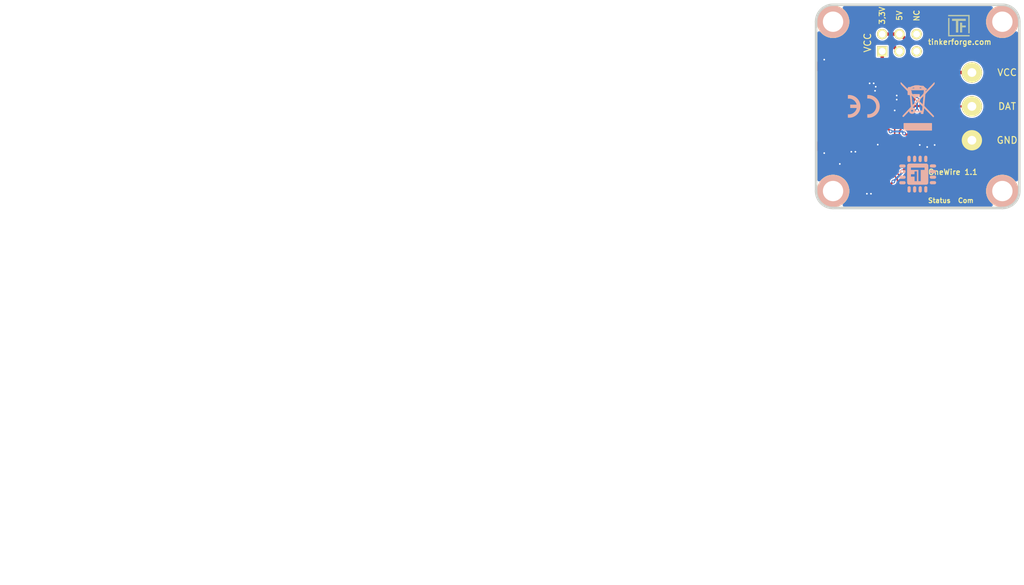
<source format=kicad_pcb>
(kicad_pcb (version 20221018) (generator pcbnew)
  (title_block (title "1-Wire Bricklet") (date "2018-05-07") (rev "1.0") (company "Tinkerforge GmbH") (comment 1 "Licensed under CERN OHL v.1.1") (comment 2 "Copyright (©) 2018, L.Lauer <lukas@tinkerforge.com>"))
  (layers (0 "F.Cu" signal) (31 "B.Cu" signal) (34 "B.Paste" user) (35 "F.Paste" user) (36 "B.SilkS" user "B.Silkscreen") (37 "F.SilkS" user "F.Silkscreen") (38 "B.Mask" user) (39 "F.Mask" user) (44 "Edge.Cuts" user))
  (net 0 "")
  (net 1 "GND")
  (net 2 "S-MISO")
  (net 3 "S-CS")
  (net 4 "S-CLK")
  (net 5 "S-MOSI")
  (net 6 "3V3")
  (net 7 "Net-(C2-Pad2)")
  (net 8 "Net-(D1-Pad2)")
  (net 9 "DAT")
  (net 10 "Net-(D3-Pad2)")
  (net 11 "Net-(P1-Pad4)")
  (net 12 "Net-(P1-Pad5)")
  (net 13 "Net-(P1-Pad6)")
  (net 14 "Net-(P2-Pad1)")
  (net 15 "Net-(P3-Pad2)")
  (net 16 "RX")
  (net 17 "TX")
  (net 18 "Net-(D2-Pad2)")
  (net 19 "Net-(RP2-Pad5)")
  (net 20 "Net-(RP2-Pad8)")
  (net 21 "+5V")
  (net 22 "VCC")
  (footprint "kicad-libraries:DEBUG_PAD" (layer "F.Cu") (at 142.1 129.6)
    (fp_text reference "P2")
    (fp_text value "DEBUG")
    (pad "1" smd circle (at 0 0) (size 0.7 0.7) (layers "F.Cu" "F.Paste" "F.Mask") (net 14 "Net-(P2-Pad1)"))
  )
  (footprint "kicad-libraries:SolderJumper" (layer "F.Cu") (at 136.8 133.2)
    (fp_text reference "P3")
    (fp_text value "BOOT")
    (pad "1" smd rect (at -0.5 0) (size 0.4 1.4) (layers "F.Cu" "F.Mask") (net 1 "GND"))
    (pad "1" smd rect (at -0.225 -0.55) (size 0.95 0.3) (layers "F.Cu" "F.Mask") (net 1 "GND"))
    (pad "1" smd rect (at -0.225 0.55) (size 0.95 0.3) (layers "F.Cu" "F.Mask") (net 1 "GND"))
    (pad "2" smd rect (at 0.15 0) (size 0.6 0.5) (layers "F.Cu" "F.Mask") (net 15 "Net-(P3-Pad2)"))
    (pad "2" smd rect (at 0.55 0) (size 0.3 1.4) (layers "F.Cu" "F.Mask") (net 15 "Net-(P3-Pad2)"))
  )
  (footprint "kicad-libraries:QFN24-4x4mm-0.5mm" (layer "F.Cu") (at 140.9 133.4)
    (fp_text reference "U1")
    (fp_text value "XMC1302")
    (pad "1" smd oval (at -2.025 -1.25) (size 1 0.3) (layers "F.Cu" "F.Paste" "F.Mask") (net 2 "S-MISO"))
    (pad "2" smd oval (at -2.025 -0.75) (size 1 0.3) (layers "F.Cu" "F.Paste" "F.Mask"))
    (pad "3" smd oval (at -2.025 -0.25) (size 1 0.3) (layers "F.Cu" "F.Paste" "F.Mask"))
    (pad "4" smd oval (at -2.025 0.25) (size 1 0.3) (layers "F.Cu" "F.Paste" "F.Mask") (net 15 "Net-(P3-Pad2)"))
    (pad "5" smd oval (at -2.025 0.75) (size 1 0.3) (layers "F.Cu" "F.Paste" "F.Mask"))
    (pad "6" smd oval (at -2.025 1.25) (size 1 0.3) (layers "F.Cu" "F.Paste" "F.Mask"))
    (pad "7" smd oval (at -1.25 2.025 90) (size 1 0.3) (layers "F.Cu" "F.Paste" "F.Mask"))
    (pad "8" smd oval (at -0.75 2.025 90) (size 1 0.3) (layers "F.Cu" "F.Paste" "F.Mask"))
    (pad "9" smd oval (at -0.25 2.025 90) (size 1 0.3) (layers "F.Cu" "F.Paste" "F.Mask") (net 1 "GND"))
    (pad "10" smd oval (at 0.25 2.025 90) (size 1 0.3) (layers "F.Cu" "F.Paste" "F.Mask") (net 6 "3V3"))
    (pad "11" smd oval (at 0.75 2.025 90) (size 1 0.3) (layers "F.Cu" "F.Paste" "F.Mask"))
    (pad "12" smd oval (at 1.25 2.025 90) (size 1 0.3) (layers "F.Cu" "F.Paste" "F.Mask"))
    (pad "13" smd oval (at 2.025 1.25) (size 1 0.3) (layers "F.Cu" "F.Paste" "F.Mask") (net 19 "Net-(RP2-Pad5)"))
    (pad "14" smd oval (at 2.025 0.75) (size 1 0.3) (layers "F.Cu" "F.Paste" "F.Mask") (net 20 "Net-(RP2-Pad8)"))
    (pad "15" smd oval (at 2.025 0.25) (size 1 0.3) (layers "F.Cu" "F.Paste" "F.Mask"))
    (pad "16" smd oval (at 2.025 -0.25) (size 1 0.3) (layers "F.Cu" "F.Paste" "F.Mask"))
    (pad "17" smd oval (at 2.025 -0.75) (size 1 0.3) (layers "F.Cu" "F.Paste" "F.Mask") (net 16 "RX"))
    (pad "18" smd oval (at 2.025 -1.25) (size 1 0.3) (layers "F.Cu" "F.Paste" "F.Mask") (net 17 "TX"))
    (pad "19" smd oval (at 1.25 -2.025 90) (size 1 0.3) (layers "F.Cu" "F.Paste" "F.Mask") (net 14 "Net-(P2-Pad1)"))
    (pad "20" smd oval (at 0.75 -2.025 90) (size 1 0.3) (layers "F.Cu" "F.Paste" "F.Mask") (net 1 "GND"))
    (pad "21" smd oval (at 0.25 -2.025 90) (size 1 0.3) (layers "F.Cu" "F.Paste" "F.Mask") (net 1 "GND"))
    (pad "22" smd oval (at -0.25 -2.025 90) (size 1 0.3) (layers "F.Cu" "F.Paste" "F.Mask") (net 3 "S-CS"))
    (pad "23" smd oval (at -0.75 -2.025 90) (size 1 0.3) (layers "F.Cu" "F.Paste" "F.Mask") (net 4 "S-CLK"))
    (pad "24" smd oval (at -1.25 -2.025 90) (size 1 0.3) (layers "F.Cu" "F.Paste" "F.Mask") (net 5 "S-MOSI"))
    (pad "EXP" smd rect (at -0.65 -0.65) (size 1.3 1.3) (layers "F.Cu" "F.Paste" "F.Mask") (net 1 "GND"))
    (pad "EXP" smd rect (at -0.65 0.65) (size 1.3 1.3) (layers "F.Cu" "F.Paste" "F.Mask") (net 1 "GND"))
    (pad "EXP" smd rect (at 0.65 -0.65) (size 1.3 1.3) (layers "F.Cu" "F.Paste" "F.Mask") (net 1 "GND"))
    (pad "EXP" smd rect (at 0.65 0.65) (size 1.3 1.3) (layers "F.Cu" "F.Paste" "F.Mask") (net 1 "GND"))
  )
  (footprint "kicad-libraries:AKL_5_3" (layer "F.Cu") (at 155.3 124.7 -90)
    (fp_text reference "P5")
    (fp_text value "CONN_01X03")
    (pad "1" thru_hole circle (at -5 0 270) (size 2.99974 2.99974) (drill 1.30048) (layers "*.Cu" "*.Mask" "F.SilkS") (net 22 "VCC"))
    (pad "2" thru_hole circle (at 0 0 270) (size 2.99974 2.99974) (drill 1.30048) (layers "*.Cu" "*.Mask" "F.SilkS") (net 9 "DAT"))
    (pad "3" thru_hole circle (at 5 0 270) (size 2.99974 2.99974) (drill 1.30048) (layers "*.Cu" "*.Mask" "F.SilkS") (net 1 "GND"))
  )
  (footprint "kicad-libraries:SC70-6" (layer "F.Cu") (at 145.6 125.3 -90)
    (fp_text reference "U2")
    (fp_text value "NC7WZ07")
    (pad "1" smd rect (at -0.65 0.95 270) (size 0.4 0.7) (layers "F.Cu" "F.Paste" "F.Mask") (net 17 "TX"))
    (pad "2" smd rect (at 0 0.95 270) (size 0.4 0.7) (layers "F.Cu" "F.Paste" "F.Mask") (net 1 "GND"))
    (pad "3" smd rect (at 0.65 0.95 270) (size 0.4 0.7) (layers "F.Cu" "F.Paste" "F.Mask") (net 18 "Net-(D2-Pad2)"))
    (pad "4" smd rect (at 0.65 -0.95 270) (size 0.4 0.7) (layers "F.Cu" "F.Paste" "F.Mask") (net 16 "RX"))
    (pad "5" smd rect (at 0 -0.95 270) (size 0.4 0.7) (layers "F.Cu" "F.Paste" "F.Mask") (net 6 "3V3"))
    (pad "6" smd rect (at -0.65 -0.95 270) (size 0.4 0.7) (layers "F.Cu" "F.Paste" "F.Mask") (net 18 "Net-(D2-Pad2)"))
  )
  (footprint "kicad-libraries:Logo_31x31" (layer "F.Cu") (at 151.8 111.2)
    (fp_text reference "G***" hide)
    (fp_text value "Logo_31x31" hide)
  )
  (footprint "kicad-libraries:C0805" (layer "F.Cu") (at 138.8 122.8 -90)
    (fp_text reference "C1")
    (fp_text value "10uF")
    (pad "1" smd rect (at -1.00076 0 270) (size 1.00076 1.24968) (layers "F.Cu" "F.Paste" "F.Mask") (net 1 "GND") (clearance 0.14986))
    (pad "2" smd rect (at 1.00076 0 270) (size 1.00076 1.24968) (layers "F.Cu" "F.Paste" "F.Mask") (net 6 "3V3") (clearance 0.14986))
  )
  (footprint "kicad-libraries:C0603F" (layer "F.Cu") (at 140.3 122.8 -90)
    (fp_text reference "C3")
    (fp_text value "1uF")
    (pad "1" smd rect (at -0.75 0 270) (size 0.9 0.9) (layers "F.Cu" "F.Paste" "F.Mask") (net 1 "GND"))
    (pad "2" smd rect (at 0.75 0 270) (size 0.9 0.9) (layers "F.Cu" "F.Paste" "F.Mask") (net 6 "3V3"))
  )
  (footprint "kicad-libraries:C0603F" (layer "F.Cu") (at 140.87 136.86 180)
    (fp_text reference "C4")
    (fp_text value "100nF")
    (pad "1" smd rect (at -0.75 0 180) (size 0.9 0.9) (layers "F.Cu" "F.Paste" "F.Mask") (net 6 "3V3"))
    (pad "2" smd rect (at 0.75 0 180) (size 0.9 0.9) (layers "F.Cu" "F.Paste" "F.Mask") (net 1 "GND"))
  )
  (footprint "kicad-libraries:D0603E" (layer "F.Cu") (at 150.5 137.3 180)
    (fp_text reference "D1")
    (fp_text value "blue")
    (pad "1" smd rect (at -0.8501 0 180) (size 1.1 1) (layers "F.Cu" "F.Paste" "F.Mask") (net 6 "3V3"))
    (pad "2" smd rect (at 0.8501 0 180) (size 1.1 1) (layers "F.Cu" "F.Paste" "F.Mask") (net 8 "Net-(D1-Pad2)"))
  )
  (footprint "kicad-libraries:D0603E" (layer "F.Cu") (at 154.4 137.3 180)
    (fp_text reference "D3")
    (fp_text value "green")
    (pad "1" smd rect (at -0.8501 0 180) (size 1.1 1) (layers "F.Cu" "F.Paste" "F.Mask") (net 6 "3V3"))
    (pad "2" smd rect (at 0.8501 0 180) (size 1.1 1) (layers "F.Cu" "F.Paste" "F.Mask") (net 10 "Net-(D3-Pad2)"))
  )
  (footprint "kicad-libraries:CON-SENSOR2" (layer "F.Cu") (at 132.3 124.7 -90)
    (fp_text reference "P1")
    (fp_text value "CON-SENSOR2")
    (pad "1" smd rect (at -3.75 -4.6 270) (size 0.6 1.8) (layers "F.Cu" "F.Paste" "F.Mask") (net 21 "+5V"))
    (pad "2" smd rect (at -2.5 -4.6 270) (size 0.6 1.8) (layers "F.Cu" "F.Paste" "F.Mask") (net 1 "GND"))
    (pad "3" smd rect (at -1.25 -4.6 270) (size 0.6 1.8) (layers "F.Cu" "F.Paste" "F.Mask") (net 6 "3V3"))
    (pad "4" smd rect (at 0 -4.6 270) (size 0.6 1.8) (layers "F.Cu" "F.Paste" "F.Mask") (net 11 "Net-(P1-Pad4)"))
    (pad "5" smd rect (at 1.25 -4.6 270) (size 0.6 1.8) (layers "F.Cu" "F.Paste" "F.Mask") (net 12 "Net-(P1-Pad5)"))
    (pad "6" smd rect (at 2.5 -4.6 270) (size 0.6 1.8) (layers "F.Cu" "F.Paste" "F.Mask") (net 13 "Net-(P1-Pad6)"))
    (pad "7" smd rect (at 3.75 -4.6 270) (size 0.6 1.8) (layers "F.Cu" "F.Paste" "F.Mask") (net 7 "Net-(C2-Pad2)"))
    (pad "EP" smd rect (at -5.9 -1.2 270) (size 1.4 2.4) (layers "F.Cu" "F.Paste" "F.Mask") (net 1 "GND"))
    (pad "EP" smd rect (at 5.9 -1.2 270) (size 1.4 2.4) (layers "F.Cu" "F.Paste" "F.Mask") (net 1 "GND"))
  )
  (footprint "kicad-libraries:pin_array_3x2" (layer "F.Cu") (at 144.6 115.3)
    (fp_text reference "P4")
    (fp_text value "CONN_02X03" hide)
    (pad "1" thru_hole rect (at -2.54 1.27) (size 1.524 1.524) (drill 1.016) (layers "*.Cu" "*.Mask" "F.SilkS") (net 6 "3V3"))
    (pad "2" thru_hole circle (at -2.54 -1.27) (size 1.524 1.524) (drill 1.016) (layers "*.Cu" "*.Mask" "F.SilkS") (net 22 "VCC"))
    (pad "3" thru_hole circle (at 0 1.27) (size 1.524 1.524) (drill 1.016) (layers "*.Cu" "*.Mask" "F.SilkS") (net 21 "+5V"))
    (pad "4" thru_hole circle (at 0 -1.27) (size 1.524 1.524) (drill 1.016) (layers "*.Cu" "*.Mask" "F.SilkS") (net 22 "VCC"))
    (pad "5" thru_hole circle (at 2.54 1.27) (size 1.524 1.524) (drill 1.016) (layers "*.Cu" "*.Mask" "F.SilkS"))
    (pad "6" thru_hole circle (at 2.54 -1.27) (size 1.524 1.524) (drill 1.016) (layers "*.Cu" "*.Mask" "F.SilkS"))
  )
  (footprint "kicad-libraries:R0603F" (layer "F.Cu") (at 148.7 122.5 -90)
    (fp_text reference "R2")
    (fp_text value "4k7")
    (pad "1" smd rect (at -0.75 0 270) (size 0.9 0.9) (layers "F.Cu" "F.Paste" "F.Mask") (net 22 "VCC"))
    (pad "2" smd rect (at 0.75 0 270) (size 0.9 0.9) (layers "F.Cu" "F.Paste" "F.Mask") (net 18 "Net-(D2-Pad2)"))
  )
  (footprint "kicad-libraries:R0603F" (layer "F.Cu") (at 146.5 128.1 90)
    (fp_text reference "R3")
    (fp_text value "4k7")
    (pad "1" smd rect (at -0.75 0 90) (size 0.9 0.9) (layers "F.Cu" "F.Paste" "F.Mask") (net 6 "3V3"))
    (pad "2" smd rect (at 0.75 0 90) (size 0.9 0.9) (layers "F.Cu" "F.Paste" "F.Mask") (net 16 "RX"))
  )
  (footprint "kicad-libraries:4X0402" (layer "F.Cu") (at 139.9 129.5 180)
    (fp_text reference "RP1")
    (fp_text value "82")
    (pad "1" smd rect (at -0.7493 0.575) (size 0.29972 0.65) (layers "F.Cu" "F.Paste" "F.Mask") (net 11 "Net-(P1-Pad4)"))
    (pad "2" smd rect (at -0.24892 0.575) (size 0.29972 0.65) (layers "F.Cu" "F.Paste" "F.Mask") (net 12 "Net-(P1-Pad5)"))
    (pad "3" smd rect (at 0.24892 0.575) (size 0.29972 0.65) (layers "F.Cu" "F.Paste" "F.Mask") (net 13 "Net-(P1-Pad6)"))
    (pad "4" smd rect (at 0.7493 0.575) (size 0.29972 0.65) (layers "F.Cu" "F.Paste" "F.Mask") (net 7 "Net-(C2-Pad2)"))
    (pad "5" smd rect (at 0.7493 -0.575 180) (size 0.29972 0.65) (layers "F.Cu" "F.Paste" "F.Mask") (net 2 "S-MISO"))
    (pad "6" smd rect (at 0.24892 -0.575 180) (size 0.29972 0.65) (layers "F.Cu" "F.Paste" "F.Mask") (net 5 "S-MOSI"))
    (pad "7" smd rect (at -0.24892 -0.575 180) (size 0.29972 0.65) (layers "F.Cu" "F.Paste" "F.Mask") (net 4 "S-CLK"))
    (pad "8" smd rect (at -0.7493 -0.575 180) (size 0.29972 0.65) (layers "F.Cu" "F.Paste" "F.Mask") (net 3 "S-CS"))
  )
  (footprint "kicad-libraries:DRILL_NP" (layer "F.Cu") (at 134.8 137.2)
    (fp_text reference "U3" hide)
    (fp_text value "DRILL" hide)
    (pad "" np_thru_hole circle (at 0 0) (size 2.99974 2.99974) (drill 2.99974) (layers "*.Cu" "*.Mask" "F.SilkS") (clearance 0.89916))
  )
  (footprint "kicad-libraries:DRILL_NP" (layer "F.Cu") (at 159.8 137.2)
    (fp_text reference "U4" hide)
    (fp_text value "DRILL" hide)
    (pad "" np_thru_hole circle (at 0 0) (size 2.99974 2.99974) (drill 2.99974) (layers "*.Cu" "*.Mask" "F.SilkS") (clearance 0.89916))
  )
  (footprint "kicad-libraries:DRILL_NP" (layer "F.Cu") (at 159.8 112.2)
    (fp_text reference "U5" hide)
    (fp_text value "DRILL" hide)
    (pad "" np_thru_hole circle (at 0 0) (size 2.99974 2.99974) (drill 2.99974) (layers "*.Cu" "*.Mask" "F.SilkS") (clearance 0.89916))
  )
  (footprint "kicad-libraries:DRILL_NP" (layer "F.Cu") (at 134.8 112.2)
    (fp_text reference "U6" hide)
    (fp_text value "DRILL" hide)
    (pad "" np_thru_hole circle (at 0 0) (size 2.99974 2.99974) (drill 2.99974) (layers "*.Cu" "*.Mask" "F.SilkS") (clearance 0.89916))
  )
  (footprint "kicad-libraries:C0603F" (layer "F.Cu") (at 145.7 123.5)
    (fp_text reference "C5")
    (fp_text value "100nF")
    (pad "1" smd rect (at -0.75 0) (size 0.9 0.9) (layers "F.Cu" "F.Paste" "F.Mask") (net 1 "GND"))
    (pad "2" smd rect (at 0.75 0) (size 0.9 0.9) (layers "F.Cu" "F.Paste" "F.Mask") (net 6 "3V3"))
  )
  (footprint "kicad-libraries:4X0603" (layer "F.Cu") (at 146.3 136.4 -90)
    (fp_text reference "RP2")
    (fp_text value "1k")
    (pad "1" smd rect (at -1.19888 -0.8509 270) (size 0.44958 0.89916) (layers "F.Cu" "F.Paste" "F.Mask") (net 8 "Net-(D1-Pad2)"))
    (pad "2" smd rect (at -0.39878 -0.8509 270) (size 0.44958 0.89916) (layers "F.Cu" "F.Paste" "F.Mask"))
    (pad "3" smd rect (at 0.39878 -0.8509 270) (size 0.44958 0.89916) (layers "F.Cu" "F.Paste" "F.Mask"))
    (pad "4" smd rect (at 1.19888 -0.8509 270) (size 0.44958 0.89916) (layers "F.Cu" "F.Paste" "F.Mask") (net 10 "Net-(D3-Pad2)"))
    (pad "5" smd rect (at 1.19888 0.8509 270) (size 0.44958 0.89916) (layers "F.Cu" "F.Paste" "F.Mask") (net 19 "Net-(RP2-Pad5)"))
    (pad "6" smd rect (at 0.39878 0.8509 270) (size 0.44958 0.89916) (layers "F.Cu" "F.Paste" "F.Mask"))
    (pad "7" smd rect (at -0.39878 0.8509 270) (size 0.44958 0.89916) (layers "F.Cu" "F.Paste" "F.Mask"))
    (pad "8" smd rect (at -1.19888 0.8509 270) (size 0.44958 0.89916) (layers "F.Cu" "F.Paste" "F.Mask") (net 20 "Net-(RP2-Pad8)"))
  )
  (footprint "kicad-libraries:Fiducial_Mark" (layer "F.Cu") (at 136.3 116.7)
    (fp_text reference "Fiducial_Mark" hide)
    (fp_text value "VAL**" hide)
    (pad "1" smd circle (at 0 0) (size 1.00076 1.00076) (layers "F.Cu" "F.Paste" "F.Mask") (clearance 0.65024))
  )
  (footprint "kicad-libraries:Fiducial_Mark" (layer "F.Cu") (at 160.3 132.7)
    (fp_text reference "Fiducial_Mark" hide)
    (fp_text value "VAL**" hide)
    (pad "1" smd circle (at 0 0) (size 1.00076 1.00076) (layers "F.Cu" "F.Paste" "F.Mask") (clearance 0.65024))
  )
  (footprint "kicad-libraries:Fiducial_Mark" (layer "F.Cu") (at 133.8 133.2)
    (fp_text reference "Fiducial_Mark" hide)
    (fp_text value "VAL**" hide)
    (pad "1" smd circle (at 0 0) (size 1.00076 1.00076) (layers "F.Cu" "F.Paste" "F.Mask") (clearance 0.65024))
  )
  (footprint "kicad-libraries:C0402F" (layer "F.Cu") (at 137.81 130.1 90)
    (fp_text reference "C2")
    (fp_text value "220pF")
    (pad "1" smd rect (at -0.5 0 90) (size 0.6 0.7) (layers "F.Cu" "F.Paste" "F.Mask") (net 1 "GND"))
    (pad "2" smd rect (at 0.5 0 90) (size 0.6 0.7) (layers "F.Cu" "F.Paste" "F.Mask") (net 7 "Net-(C2-Pad2)"))
  )
  (footprint "kicad-libraries:R0603F" (layer "F.Cu") (at 149.5 124.7 180)
    (fp_text reference "R1")
    (fp_text value "100")
    (pad "1" smd rect (at -0.75 0 180) (size 0.9 0.9) (layers "F.Cu" "F.Paste" "F.Mask") (net 9 "DAT"))
    (pad "2" smd rect (at 0.75 0 180) (size 0.9 0.9) (layers "F.Cu" "F.Paste" "F.Mask") (net 18 "Net-(D2-Pad2)"))
  )
  (footprint "kicad-libraries:MiniMelf" (layer "F.Cu") (at 148.7 128 -90)
    (fp_text reference "D2")
    (fp_text value "5V")
    (pad "1" smd rect (at 1.69926 0 270) (size 1.19888 1.6002) (layers "F.Cu" "F.Paste" "F.Mask") (net 1 "GND"))
    (pad "2" smd rect (at -1.69926 0 270) (size 1.19888 1.6002) (layers "F.Cu" "F.Paste" "F.Mask") (net 18 "Net-(D2-Pad2)"))
  )
  (footprint "kicad-libraries:Logo_CoMCU" (layer "B.Cu") (at 147.3 134.7 180)
    (fp_text reference "G***" hide)
    (fp_text value "LOGO" hide)
  )
  (footprint "kicad-libraries:WEEE_7mm" (layer "B.Cu") (at 147.3 124.7 180)
    (fp_text reference "G***" hide)
    (fp_text value "LOGO" hide)
  )
  (footprint "kicad-libraries:CE_5mm" (layer "B.Cu") (at 139.3 124.7 180)
    (fp_text reference "VAL" hide)
    (fp_text value "CE_5mm" hide)
  )
  (gr_arc (start 159.8 109.7) (mid 161.567767 110.432233) (end 162.3 112.2) (stroke (width 0.381)) (layer "Edge.Cuts"))
  (gr_arc (start 134.8 139.7) (mid 133.032233 138.967767) (end 132.3 137.2) (stroke (width 0.381)) (layer "Edge.Cuts"))
  (gr_line (start 134.8 139.7) (end 159.8 139.7) (stroke (width 0.381)) (layer "Edge.Cuts"))
  (gr_arc (start 132.3 112.2) (mid 133.032233 110.432233) (end 134.8 109.7) (stroke (width 0.381)) (layer "Edge.Cuts"))
  (gr_arc (start 162.3 137.2) (mid 161.567767 138.967767) (end 159.8 139.7) (stroke (width 0.381)) (layer "Edge.Cuts"))
  (gr_line (start 162.3 137.2) (end 162.3 112.2) (stroke (width 0.381)) (layer "Edge.Cuts"))
  (gr_line (start 159.8 109.7) (end 134.8 109.7) (stroke (width 0.381)) (layer "Edge.Cuts"))
  (gr_line (start 132.3 112.2) (end 132.3 137.2) (stroke (width 0.381)) (layer "Edge.Cuts"))
  (gr_text "VCC" (at 139.9 115.3 90) (layer "F.SilkS") (effects (font (size 1 1))))
  (gr_text "OneWire 1.1" (at 152.5 134.4) (layer "F.SilkS") (effects (font (size 0.8 0.8))))
  (gr_text "NC" (at 147.15 111.3 90) (layer "F.SilkS") (effects (font (size 0.8 0.8))))
  (gr_text "3,3V" (at 142.05 111.3 90) (layer "F.SilkS") (effects (font (size 0.8 0.8))))
  (gr_text "Com" (at 154.4 138.6) (layer "F.SilkS") (effects (font (size 0.7 0.7))))
  (gr_text "DAT" (at 160.5 124.7) (layer "F.SilkS") (effects (font (size 1 1))))
  (gr_text "5V" (at 144.6 111.3 90) (layer "F.SilkS") (effects (font (size 0.8 0.8))))
  (gr_text "VCC" (at 160.5 119.7) (layer "F.SilkS") (effects (font (size 1 1))))
  (gr_text "Status" (at 150.5 138.6) (layer "F.SilkS") (effects (font (size 0.7 0.7))))
  (gr_text "tinkerforge.com\n" (at 153.5 115.2) (layer "F.SilkS") (effects (font (size 0.8 0.8))))
  (gr_text "GND" (at 160.5 129.7) (layer "F.SilkS") (effects (font (size 1 1))))
  (segment (start 140.15 136.59) (end 140.65 136.09) (width 0.2) (layer "F.Cu") (net 1))
  (segment (start 140.65 136.09) (end 140.65 135.425) (width 0.2) (layer "F.Cu") (net 1))
  (segment (start 140.25 132.75) (end 141.55 132.75) (width 0.2) (layer "F.Cu") (net 1))
  (segment (start 141.55 132.75) (end 141.55 134.05) (width 0.2) (layer "F.Cu") (net 1))
  (segment (start 141.55 134.05) (end 140.25 134.05) (width 0.2) (layer "F.Cu") (net 1))
  (segment (start 140.65 134.45) (end 140.25 134.05) (width 0.2) (layer "F.Cu") (net 1))
  (segment (start 144.6 123.5) (end 144.2 123.1) (width 0.5) (layer "F.Cu") (net 1))
  (segment (start 144.4 123.5) (end 144.2 123.7) (width 0.5) (layer "F.Cu") (net 1))
  (segment (start 137.81 131.11) (end 138.1 131.4) (width 0.5) (layer "F.Cu") (net 1))
  (segment (start 137.81 131.09) (end 137.5 131.4) (width 0.5) (layer "F.Cu") (net 1))
  (segment (start 140.12 137.32) (end 140.4 137.6) (width 0.5) (layer "F.Cu") (net 1))
  (segment (start 140.12 137.28) (end 139.8 137.6) (width 0.5) (layer "F.Cu") (net 1))
  (segment (start 149.24912 129.84912) (end 149.8 130.4) (width 0.5) (layer "F.Cu") (net 1))
  (segment (start 148.15088 129.84912) (end 147.6 130.4) (width 0.5) (layer "F.Cu") (net 1))
  (segment (start 137.8 122.2) (end 138.20076 121.79924) (width 0.5) (layer "F.Cu") (net 1))
  (segment (start 138.20076 121.79924) (end 138.8 121.79924) (width 0.5) (layer "F.Cu") (net 1))
  (segment (start 139.49924 121.79924) (end 139.75 122.05) (width 0.5) (layer "F.Cu") (net 1))
  (segment (start 139.75 122.05) (end 140.3 122.05) (width 0.5) (layer "F.Cu") (net 1))
  (segment (start 140.3 121.4) (end 140.2 121.3) (width 0.5) (layer "F.Cu") (net 1))
  (segment (start 140.3 121.8) (end 140.8 121.3) (width 0.5) (layer "F.Cu") (net 1))
  (segment (start 140.85 122.05) (end 141.1 121.8) (width 0.5) (layer "F.Cu") (net 1))
  (segment (start 140.65 122.05) (end 141 122.4) (width 0.5) (layer "F.Cu") (net 1))
  (segment (start 136.3 132.7) (end 136.6 132.7) (width 0.2) (layer "F.Cu") (net 1))
  (segment (start 136.6 132.7) (end 136.575 132.65) (width 0.2) (layer "F.Cu") (net 1))
  (segment (start 136.3 133.6) (end 136.4 133.7) (width 0.2) (layer "F.Cu") (net 1))
  (segment (start 136.4 133.7) (end 136.6 133.7) (width 0.2) (layer "F.Cu") (net 1))
  (segment (start 136.6 133.7) (end 136.575 133.75) (width 0.2) (layer "F.Cu") (net 1))
  (segment (start 141.65 130.6) (end 141.4 130.35) (width 0.2) (layer "F.Cu") (net 1))
  (segment (start 141.15 130.6) (end 141.4 130.35) (width 0.2) (layer "F.Cu") (net 1))
  (segment (start 140.25 134.05) (end 140.25 132.75) (width 0.2) (layer "F.Cu") (net 1))
  (segment (start 133.5 130.6) (end 133.5 131.6) (width 0.3) (layer "F.Cu") (net 1))
  (segment (start 140.3 122.05) (end 140.85 122.05) (width 0.5) (layer "F.Cu") (net 1))
  (segment (start 140.65 135.425) (end 140.65 134.45) (width 0.2) (layer "F.Cu") (net 1))
  (segment (start 148.7 129.84912) (end 149.24912 129.84912) (width 0.5) (layer "F.Cu") (net 1))
  (segment (start 148.7 129.84912) (end 148.15088 129.84912) (width 0.5) (layer "F.Cu") (net 1))
  (segment (start 133.5 118.8) (end 133.5 117.8) (width 0.3) (layer "F.Cu") (net 1))
  (segment (start 140.12 136.86) (end 140.12 137.28) (width 0.5) (layer "F.Cu") (net 1))
  (segment (start 144.65 125.3) (end 143.9 125.3) (width 0.3) (layer "F.Cu") (net 1))
  (segment (start 141.65 131.375) (end 141.65 130.6) (width 0.2) (layer "F.Cu") (net 1))
  (segment (start 138.8 121.79924) (end 139.49924 121.79924) (width 0.5) (layer "F.Cu") (net 1))
  (segment (start 136.9 122.2) (end 137.8 122.2) (width 0.5) (layer "F.Cu") (net 1))
  (segment (start 148.7 129.84912) (end 148.7 130.7) (width 0.5) (layer "F.Cu") (net 1))
  (segment (start 136.3 133.2) (end 136.3 133.6) (width 0.2) (layer "F.Cu") (net 1))
  (segment (start 140.12 136.86) (end 140.12 137.32) (width 0.5) (layer "F.Cu") (net 1))
  (segment (start 136.3 133.2) (end 135.8 133.2) (width 0.2) (layer "F.Cu") (net 1))
  (segment (start 140.3 122.05) (end 140.3 121.8) (width 0.5) (layer "F.Cu") (net 1))
  (segment (start 140.3 122.05) (end 140.3 121.4) (width 0.5) (layer "F.Cu") (net 1))
  (segment (start 140.15 136.86) (end 140.15 136.59) (width 0.2) (layer "F.Cu") (net 1))
  (segment (start 137.81 130.75) (end 137.81 131.11) (width 0.5) (layer "F.Cu") (net 1))
  (segment (start 144.95 123.5) (end 144.6 123.5) (width 0.3) (layer "F.Cu") (net 1))
  (segment (start 137.81 130.75) (end 137.81 131.09) (width 0.5) (layer "F.Cu") (net 1))
  (segment (start 140.3 122.05) (end 140.65 122.05) (width 0.5) (layer "F.Cu") (net 1))
  (segment (start 144.95 123.5) (end 144.4 123.5) (width 0.5) (layer "F.Cu") (net 1))
  (segment (start 136.3 133.2) (end 136.3 132.7) (width 0.2) (layer "F.Cu") (net 1))
  (segment (start 141.15 130.6) (end 141.15 131.375) (width 0.2) (layer "F.Cu") (net 1))
  (via (at 143.9 125.3) (size 0.55) (drill 0.25) (layers "F.Cu" "B.Cu") (net 1))
  (via (at 144.2 123.1) (size 0.55) (drill 0.25) (layers "F.Cu" "B.Cu") (net 1))
  (via (at 141 122.4) (size 0.55) (drill 0.25) (layers "F.Cu" "B.Cu") (net 1))
  (via (at 147.6 130.4) (size 0.55) (drill 0.25) (layers "F.Cu" "B.Cu") (net 1))
  (via (at 137.5 131.4) (size 0.55) (drill 0.25) (layers "F.Cu" "B.Cu") (net 1))
  (via (at 140.4 137.6) (size 0.55) (drill 0.25) (layers "F.Cu" "B.Cu") (net 1))
  (via (at 133.5 117.8) (size 0.55) (drill 0.25) (layers "F.Cu" "B.Cu") (net 1))
  (via (at 138.1 131.4) (size 0.55) (drill 0.25) (layers "F.Cu" "B.Cu") (net 1))
  (via (at 148.7 130.7) (size 0.55) (drill 0.25) (layers "F.Cu" "B.Cu") (net 1))
  (via (at 133.5 131.6) (size 0.55) (drill 0.25) (layers "F.Cu" "B.Cu") (net 1))
  (via (at 140.8 121.3) (size 0.55) (drill 0.25) (layers "F.Cu" "B.Cu") (net 1))
  (via (at 135.8 133.2) (size 0.55) (drill 0.25) (layers "F.Cu" "B.Cu") (net 1))
  (via (at 141.4 130.35) (size 0.55) (drill 0.25) (layers "F.Cu" "B.Cu") (net 1))
  (via (at 149.8 130.4) (size 0.55) (drill 0.25) (layers "F.Cu" "B.Cu") (net 1))
  (via (at 140.2 121.3) (size 0.55) (drill 0.25) (layers "F.Cu" "B.Cu") (net 1))
  (via (at 144.2 123.7) (size 0.55) (drill 0.25) (layers "F.Cu" "B.Cu") (net 1))
  (via (at 141.1 121.8) (size 0.55) (drill 0.25) (layers "F.Cu" "B.Cu") (net 1))
  (via (at 139.8 137.6) (size 0.55) (drill 0.25) (layers "F.Cu" "B.Cu") (net 1))
  (segment (start 139.1507 130.8493) (end 138.875 131.125) (width 0.2) (layer "F.Cu") (net 2))
  (segment (start 138.875 131.125) (end 138.875 132.15) (width 0.2) (layer "F.Cu") (net 2))
  (segment (start 139.1507 130.075) (end 139.1507 130.8493) (width 0.2) (layer "F.Cu") (net 2))
  (segment (start 140.65 130.0757) (end 140.6493 130.075) (width 0.2) (layer "F.Cu") (net 3))
  (segment (start 140.65 131.375) (end 140.65 130.0757) (width 0.2) (layer "F.Cu") (net 3))
  (segment (start 140.15 130.07608) (end 140.14892 130.075) (width 0.2) (layer "F.Cu") (net 4))
  (segment (start 140.15 131.375) (end 140.15 130.07608) (width 0.2) (layer "F.Cu") (net 4))
  (segment (start 139.65 130.07608) (end 139.65108 130.075) (width 0.2) (layer "F.Cu") (net 5))
  (segment (start 139.65 131.375) (end 139.65 130.07608) (width 0.2) (layer "F.Cu") (net 5))
  (segment (start 141.65 136.68) (end 141.15 136.18) (width 0.2) (layer "F.Cu") (net 6))
  (segment (start 141.15 136.18) (end 141.15 135.425) (width 0.2) (layer "F.Cu") (net 6))
  (segment (start 147.2 123.6) (end 147.1 123.5) (width 0.3) (layer "F.Cu") (net 6))
  (segment (start 147.1 123.5) (end 146.45 123.5) (width 0.3) (layer "F.Cu") (net 6))
  (segment (start 146.45 123.05) (end 145.9 122.5) (width 0.3) (layer "F.Cu") (net 6))
  (segment (start 145.9 122.5) (end 143.1 122.5) (width 0.3) (layer "F.Cu") (net 6))
  (segment (start 143.1 122.5) (end 142.05 123.55) (width 0.3) (layer "F.Cu") (net 6))
  (segment (start 142.05 123.55) (end 140.85 123.55) (width 0.3) (layer "F.Cu") (net 6))
  (segment (start 139.85 123.55) (end 139.59924 123.80076) (width 0.3) (layer "F.Cu") (net 6))
  (segment (start 139.59924 123.80076) (end 138.8 123.80076) (width 0.3) (layer "F.Cu") (net 6))
  (segment (start 137.65 123.45) (end 138.00076 123.80076) (width 0.3) (layer "F.Cu") (net 6))
  (segment (start 138.00076 123.80076) (end 138.8 123.80076) (width 0.3) (layer "F.Cu") (net 6))
  (segment (start 151.3501 136.6501) (end 150.7 136) (width 0.3) (layer "F.Cu") (net 6))
  (segment (start 146.5 131.8) (end 146.5 128.85) (width 0.3) (layer "F.Cu") (net 6))
  (segment (start 155.2501 136.6501) (end 154.6 136) (width 0.3) (layer "F.Cu") (net 6))
  (segment (start 154.6 136) (end 150.7 136) (width 0.3) (layer "F.Cu") (net 6))
  (segment (start 150.7 136) (end 146.5 131.8) (width 0.3) (layer "F.Cu") (net 6))
  (segment (start 142.64 136.86) (end 143.7 135.8) (width 0.3) (layer "F.Cu") (net 6))
  (segment (start 145 134.3) (end 146.5 132.8) (width 0.3) (layer "F.Cu") (net 6))
  (segment (start 146.5 132.8) (end 146.5 131.8) (width 0.3) (layer "F.Cu") (net 6))
  (segment (start 145.45 128.85) (end 145.3 128.7) (width 0.3) (layer "F.Cu") (net 6))
  (segment (start 143.3 128.4) (end 140.3 125.4) (width 0.3) (layer "F.Cu") (net 6))
  (segment (start 140.3 125.4) (end 140.3 123.55) (width 0.3) (layer "F.Cu") (net 6))
  (segment (start 142.06 122.34) (end 140.85 123.55) (width 0.5) (layer "F.Cu") (net 6))
  (segment (start 140.85 123.55) (end 140.3 123.55) (width 0.3) (layer "F.Cu") (net 6))
  (segment (start 155.2501 137.3) (end 155.2501 136.6501) (width 0.3) (layer "F.Cu") (net 6))
  (segment (start 142.06 116.57) (end 142.06 122.34) (width 0.5) (layer "F.Cu") (net 6))
  (segment (start 146.45 123.5) (end 146.45 123.05) (width 0.3) (layer "F.Cu") (net 6))
  (segment (start 151.3501 137.3) (end 151.3501 136.6501) (width 0.3) (layer "F.Cu") (net 6))
  (segment (start 140.3 123.55) (end 139.85 123.55) (width 0.3) (layer "F.Cu") (net 6))
  (segment (start 146.55 125.3) (end 147.2 125.3) (width 0.3) (layer "F.Cu") (net 6))
  (segment (start 141.65 136.86) (end 141.65 136.68) (width 0.2) (layer "F.Cu") (net 6))
  (segment (start 141.62 136.86) (end 142.64 136.86) (width 0.3) (layer "F.Cu") (net 6))
  (segment (start 146.5 128.85) (end 145.45 128.85) (width 0.3) (layer "F.Cu") (net 6))
  (segment (start 136.9 123.45) (end 137.65 123.45) (width 0.3) (layer "F.Cu") (net 6))
  (via (at 145.3 128.7) (size 0.55) (drill 0.25) (layers "F.Cu" "B.Cu") (net 6))
  (via (at 143.7 135.8) (size 0.55) (drill 0.25) (layers "F.Cu" "B.Cu") (net 6))
  (via (at 147.2 123.6) (size 0.55) (drill 0.25) (layers "F.Cu" "B.Cu") (net 6))
  (via (at 143.3 128.4) (size 0.55) (drill 0.25) (layers "F.Cu" "B.Cu") (net 6))
  (via (at 145 134.3) (size 0.55) (drill 0.25) (layers "F.Cu" "B.Cu") (net 6))
  (via (at 147.2 125.3) (size 0.55) (drill 0.25) (layers "F.Cu" "B.Cu") (net 6))
  (segment (start 143.7 135.8) (end 145 134.5) (width 0.3) (layer "B.Cu") (net 6))
  (segment (start 145 134.5) (end 145 134.3) (width 0.3) (layer "B.Cu") (net 6))
  (segment (start 145.3 128.7) (end 145 128.4) (width 0.3) (layer "B.Cu") (net 6))
  (segment (start 145 128.4) (end 143.3 128.4) (width 0.3) (layer "B.Cu") (net 6))
  (segment (start 147.2 125.3) (end 147.2 123.6) (width 0.3) (layer "B.Cu") (net 6))
  (segment (start 137 128.45) (end 136.9 128.45) (width 0.2) (layer "F.Cu") (net 7))
  (segment (start 137.81 129.11) (end 137.15 128.45) (width 0.2) (layer "F.Cu") (net 7))
  (segment (start 137.15 128.45) (end 136.9 128.45) (width 0.2) (layer "F.Cu") (net 7))
  (segment (start 138.36 129.45) (end 138.885 128.925) (width 0.2) (layer "F.Cu") (net 7))
  (segment (start 138.885 128.925) (end 139.1507 128.925) (width 0.2) (layer "F.Cu") (net 7))
  (segment (start 137.81 129.45) (end 137.81 129.11) (width 0.2) (layer "F.Cu") (net 7))
  (segment (start 137.81 129.45) (end 138.36 129.45) (width 0.2) (layer "F.Cu") (net 7))
  (segment (start 149.1 137.3) (end 148.3 136.5) (width 0.2) (layer "F.Cu") (net 8))
  (segment (start 148.3 136.5) (end 148.3 135.7) (width 0.2) (layer "F.Cu") (net 8))
  (segment (start 148.3 135.7) (end 147.80112 135.20112) (width 0.2) (layer "F.Cu") (net 8))
  (segment (start 147.80112 135.20112) (end 147.1509 135.20112) (width 0.2) (layer "F.Cu") (net 8))
  (segment (start 149.6499 137.3) (end 149.1 137.3) (width 0.2) (layer "F.Cu") (net 8))
  (segment (start 150.25 124.7) (end 155.3 124.7) (width 0.3) (layer "F.Cu") (net 9))
  (segment (start 147.29888 137.59888) (end 148.3 138.6) (width 0.2) (layer "F.Cu") (net 10))
  (segment (start 148.3 138.6) (end 152.8 138.6) (width 0.2) (layer "F.Cu") (net 10))
  (segment (start 152.8 138.6) (end 153.5499 137.8501) (width 0.2) (layer "F.Cu") (net 10))
  (segment (start 153.5499 137.8501) (end 153.5499 137.3) (width 0.2) (layer "F.Cu") (net 10))
  (segment (start 147.1509 137.59888) (end 147.29888 137.59888) (width 0.2) (layer "F.Cu") (net 10))
  (segment (start 137.9 124.7) (end 140.6493 127.4493) (width 0.2) (layer "F.Cu") (net 11))
  (segment (start 140.6493 127.4493) (end 140.6493 128.925) (width 0.2) (layer "F.Cu") (net 11))
  (segment (start 136.9 124.7) (end 137.9 124.7) (width 0.2) (layer "F.Cu") (net 11))
  (segment (start 137.9 125.95) (end 140.14892 128.19892) (width 0.2) (layer "F.Cu") (net 12))
  (segment (start 140.14892 128.19892) (end 140.14892 128.925) (width 0.2) (layer "F.Cu") (net 12))
  (segment (start 136.9 125.95) (end 137.9 125.95) (width 0.2) (layer "F.Cu") (net 12))
  (segment (start 138.35 127.2) (end 139.65108 128.50108) (width 0.2) (layer "F.Cu") (net 13))
  (segment (start 139.65108 128.50108) (end 139.65108 128.925) (width 0.2) (layer "F.Cu") (net 13))
  (segment (start 136.9 127.2) (end 138.35 127.2) (width 0.2) (layer "F.Cu") (net 13))
  (segment (start 142.15 130.55) (end 142.1 130.5) (width 0.2) (layer "F.Cu") (net 14))
  (segment (start 142.1 130.5) (end 142.1 129.6) (width 0.2) (layer "F.Cu") (net 14))
  (segment (start 142.15 131.375) (end 142.15 130.55) (width 0.2) (layer "F.Cu") (net 14))
  (segment (start 138.05 133.65) (end 137.6 133.2) (width 0.2) (layer "F.Cu") (net 15))
  (segment (start 137.6 133.2) (end 136.95 133.2) (width 0.2) (layer "F.Cu") (net 15))
  (segment (start 137.35 133.2) (end 136.95 133.2) (width 0.2) (layer "F.Cu") (net 15))
  (segment (start 138.875 133.65) (end 138.05 133.65) (width 0.2) (layer "F.Cu") (net 15))
  (segment (start 146.55 127.3) (end 146.5 127.35) (width 0.3) (layer "F.Cu") (net 16))
  (segment (start 145.55 127.35) (end 144.6 128.3) (width 0.2) (layer "F.Cu") (net 16))
  (segment (start 144.6 131.9) (end 143.85 132.65) (width 0.2) (layer "F.Cu") (net 16))
  (segment (start 143.85 132.65) (end 142.925 132.65) (width 0.2) (layer "F.Cu") (net 16))
  (segment (start 146.55 125.95) (end 146.55 127.3) (width 0.3) (layer "F.Cu") (net 16))
  (segment (start 146.5 127.35) (end 145.55 127.35) (width 0.2) (layer "F.Cu") (net 16))
  (segment (start 144.6 128.3) (end 144.6 131.9) (width 0.2) (layer "F.Cu") (net 16))
  (segment (start 143.9 127.7) (end 143.3 127.1) (width 0.2) (layer "F.Cu") (net 17))
  (segment (start 143.3 127.1) (end 143.3 125) (width 0.2) (layer "F.Cu") (net 17))
  (segment (start 143.3 125) (end 143.65 124.65) (width 0.2) (layer "F.Cu") (net 17))
  (segment (start 144.65 124.65) (end 143.65 124.65) (width 0.2) (layer "F.Cu") (net 17))
  (segment (start 143.9 131.7) (end 143.45 132.15) (width 0.2) (layer "F.Cu") (net 17))
  (segment (start 143.45 132.15) (end 142.925 132.15) (width 0.2) (layer "F.Cu") (net 17))
  (segment (start 143.9 127.7) (end 143.9 131.7) (width 0.2) (layer "F.Cu") (net 17))
  (segment (start 148.7 124.75) (end 148.75 124.7) (width 0.3) (layer "F.Cu") (net 18))
  (segment (start 148.7 124.65) (end 148.75 124.7) (width 0.3) (layer "F.Cu") (net 18))
  (segment (start 148.7 124.65) (end 148.75 124.7) (width 0.3) (layer "F.Cu") (net 18))
  (segment (start 145.15 125.95) (end 145.6 125.5) (width 0.3) (layer "F.Cu") (net 18))
  (segment (start 145.6 125.5) (end 145.6 125) (width 0.3) (layer "F.Cu") (net 18))
  (segment (start 145.6 125) (end 145.95 124.65) (width 0.3) (layer "F.Cu") (net 18))
  (segment (start 145.95 124.65) (end 146.55 124.65) (width 0.3) (layer "F.Cu") (net 18))
  (segment (start 144.65 125.95) (end 145.15 125.95) (width 0.3) (layer "F.Cu") (net 18))
  (segment (start 148.7 126.15088) (end 148.7 124.75) (width 0.3) (layer "F.Cu") (net 18))
  (segment (start 146.55 124.65) (end 148.7 124.65) (width 0.3) (layer "F.Cu") (net 18))
  (segment (start 148.7 123.25) (end 148.7 124.65) (width 0.3) (layer "F.Cu") (net 18))
  (segment (start 144.99888 137.59888) (end 144.3 136.9) (width 0.2) (layer "F.Cu") (net 19))
  (segment (start 144.3 136.9) (end 144.3 135.4) (width 0.2) (layer "F.Cu") (net 19))
  (segment (start 144.3 135.4) (end 143.55 134.65) (width 0.2) (layer "F.Cu") (net 19))
  (segment (start 143.55 134.65) (end 142.925 134.65) (width 0.2) (layer "F.Cu") (net 19))
  (segment (start 145.4491 137.59888) (end 144.99888 137.59888) (width 0.2) (layer "F.Cu") (net 19))
  (segment (start 143.85 134.15) (end 144.90112 135.20112) (width 0.2) (layer "F.Cu") (net 20))
  (segment (start 144.90112 135.20112) (end 145.4491 135.20112) (width 0.2) (layer "F.Cu") (net 20))
  (segment (start 142.925 134.15) (end 143.85 134.15) (width 0.2) (layer "F.Cu") (net 20))
  (segment (start 144.47 116.57) (end 143.2 115.3) (width 0.5) (layer "F.Cu") (net 21))
  (segment (start 143.2 115.3) (end 140 115.3) (width 0.5) (layer "F.Cu") (net 21))
  (segment (start 140 115.3) (end 138.5 116.8) (width 0.5) (layer "F.Cu") (net 21))
  (segment (start 138.5 116.8) (end 138.5 120.4) (width 0.5) (layer "F.Cu") (net 21))
  (segment (start 138.5 120.4) (end 137.95 120.95) (width 0.5) (layer "F.Cu") (net 21))
  (segment (start 137.95 120.95) (end 136.9 120.95) (width 0.5) (layer "F.Cu") (net 21))
  (segment (start 144.6 116.57) (end 144.47 116.57) (width 0.5) (layer "F.Cu") (net 21))
  (segment (start 148.1 119.7) (end 145.9 117.5) (width 0.5) (layer "F.Cu") (net 22))
  (segment (start 145.9 117.5) (end 145.9 115.2) (width 0.5) (layer "F.Cu") (net 22))
  (segment (start 145.9 115.2) (end 144.73 114.03) (width 0.5) (layer "F.Cu") (net 22))
  (segment (start 144.73 114.03) (end 144.6 114.03) (width 0.5) (layer "F.Cu") (net 22))
  (segment (start 148.7 120.3) (end 148.1 119.7) (width 0.3) (layer "F.Cu") (net 22))
  (segment (start 144.6 114.03) (end 142.06 114.03) (width 0.5) (layer "F.Cu") (net 22))
  (segment (start 148.7 121.75) (end 148.7 120.3) (width 0.3) (layer "F.Cu") (net 22))
  (segment (start 155.3 119.7) (end 148.1 119.7) (width 0.5) (layer "F.Cu") (net 22))
  (zone (net 1) (net_name "GND") (layer "B.Cu") (connect_pads yes (clearance 0.2)) (min_thickness 0.5) (fill yes (thermal_gap 0.29972) (thermal_bridge_width 0.7))
    (polygon (pts (xy 132.3 109.7) (xy 162.3 109.7) (xy 162.3 139.7) (xy 132.3 139.7)))
  )
)
</source>
